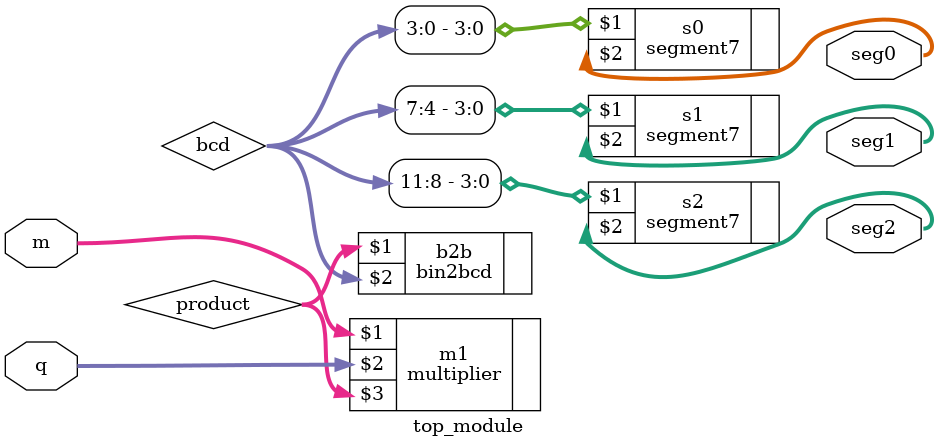
<source format=v>
module top_module (input [3:0] m, q, output [6:0] seg0, seg1, seg2);

	wire [11:0] bcd;
	wire [7:0] product;
	
	multiplier m1(m, q, product);
	
	bin2bcd b2b(product, bcd);
	
	segment7 s0(bcd[3:0], seg0);
	segment7 s1(bcd[7:4], seg1);
	segment7 s2(bcd[11:8], seg2);
	
endmodule 
</source>
